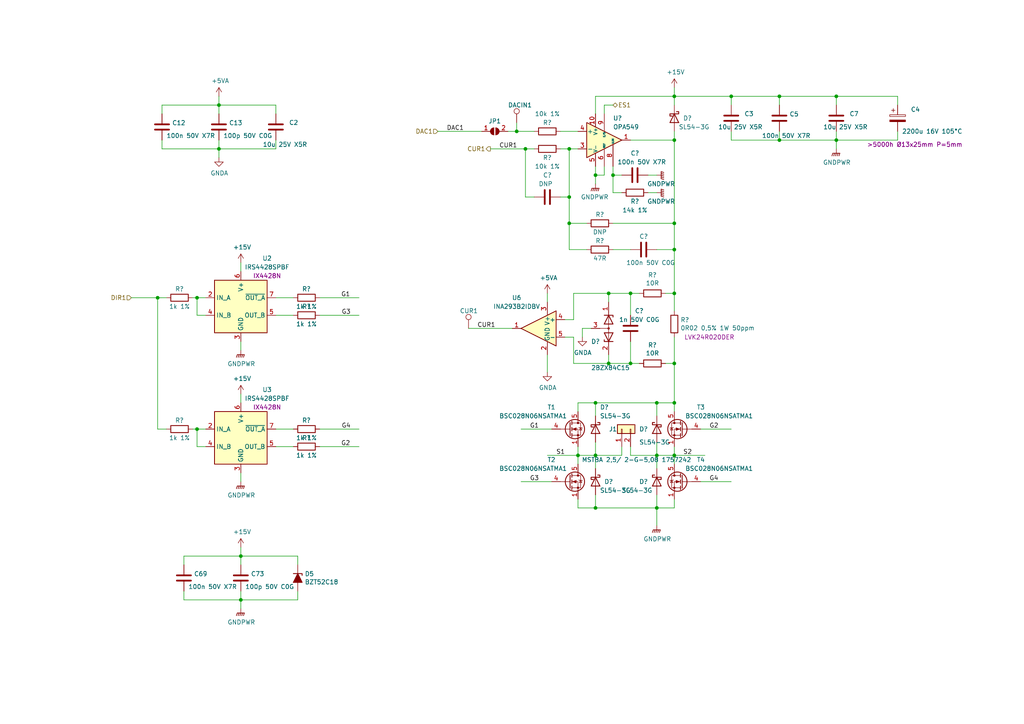
<source format=kicad_sch>
(kicad_sch (version 20230121) (generator eeschema)
  (paper "A4")
  (title_block (title "Compensation coils driver") (date "2022-03-22") (rev "2.0") (company "UMK (NCU) Toruń") (comment 1 "KL FAMO") (comment 2 "design by: mgr inż. Adam Ledziński") (comment 4 "PL: Zasilacz cewek kompensacyjnych (3x3A)"))
  (lib_symbols
    (symbol "Amplifier_Current:INA196" (pin_names (offset 0.127))
      (property "Reference" "U" (at 3.81 3.81 0))
      (property "Value" "INA196" (at 3.81 -3.81 0))
      (symbol "INA196_0_1"
        (polyline (pts (xy 5.08 0) (xy -5.08 5.08) (xy -5.08 -5.08) (xy 5.08 0)) (stroke (width 0.254)) (fill (type background)))
      )
      (symbol "INA196_1_1"
        (pin output line (at 7.62 0 180) (length 2.54) (name "~") (number "1"))
        (pin power_in line (at -2.54 -7.62 90) (length 3.81) (name "GND") (number "2"))
        (pin power_in line (at -2.54 7.62 270) (length 3.81) (name "V+") (number "3"))
        (pin input line (at -7.62 2.54 0) (length 2.54) (name "+") (number "4"))
        (pin input line (at -7.62 -2.54 0) (length 2.54) (name "-") (number "5"))
      )
    )
    (symbol "Connector:TestPoint" (pin_numbers hide) (pin_names (offset 0.762) hide)
      (property "Reference" "TP" (at 0 6.858 0))
      (property "Value" "TestPoint" (at 0 5.08 0))
      (symbol "TestPoint_0_1"
        (circle (center 0 3.302) (radius 0.762))
      )
      (symbol "TestPoint_1_1"
        (pin passive line (at 0 0 90) (length 2.54) (name "1") (number "1"))
      )
    )
    (symbol "Connector_Generic:Conn_01x02" (pin_names (offset 1.016) hide)
      (property "Reference" "J" (at 0 2.54 0))
      (property "Value" "Conn_01x02" (at 0 -5.08 0))
      (symbol "Conn_01x02_1_1"
        (rectangle (start -1.27 -2.413) (end 0 -2.667) (stroke (width 0.1524)))
        (rectangle (start -1.27 0.127) (end 0 -0.127) (stroke (width 0.1524)))
        (rectangle (start -1.27 1.27) (end 1.27 -3.81) (stroke (width 0.254)) (fill (type background)))
        (pin passive line (at -5.08 0 0) (length 3.81) (name "Pin_1") (number "1"))
        (pin passive line (at -5.08 -2.54 0) (length 3.81) (name "Pin_2") (number "2"))
      )
    )
    (symbol "Device:C" (pin_numbers hide) (pin_names (offset 0.254))
      (property "Reference" "C" (at 0.635 2.54 0))
      (property "Value" "C" (at 0.635 -2.54 0))
      (symbol "C_0_1"
        (polyline (pts (xy -2.032 -0.762) (xy 2.032 -0.762)) (stroke (width 0.508)))
        (polyline (pts (xy -2.032 0.762) (xy 2.032 0.762)) (stroke (width 0.508)))
      )
      (symbol "C_1_1"
        (pin passive line (at 0 3.81 270) (length 2.794) (name "~") (number "1"))
        (pin passive line (at 0 -3.81 90) (length 2.794) (name "~") (number "2"))
      )
    )
    (symbol "Device:D_Schottky" (pin_numbers hide) (pin_names (offset 1.016) hide)
      (property "Reference" "D" (at 0 2.54 0))
      (property "Value" "D_Schottky" (at 0 -2.54 0))
      (symbol "D_Schottky_0_1"
        (polyline (pts (xy 1.27 0) (xy -1.27 0)))
        (polyline (pts (xy 1.27 1.27) (xy 1.27 -1.27) (xy -1.27 0) (xy 1.27 1.27)) (stroke (width 0.254)))
        (polyline (pts (xy -1.905 0.635) (xy -1.905 1.27) (xy -1.27 1.27) (xy -1.27 -1.27) (xy -0.635 -1.27) (xy -0.635 -0.635)) (stroke (width 0.254)))
      )
      (symbol "D_Schottky_1_1"
        (pin passive line (at -3.81 0 0) (length 2.54) (name "K") (number "1"))
        (pin passive line (at 3.81 0 180) (length 2.54) (name "A") (number "2"))
      )
    )
    (symbol "Device:R" (pin_numbers hide) (pin_names (offset 0))
      (property "Reference" "R" (at 2.032 0 90))
      (property "Value" "R" (at 0 0 90))
      (symbol "R_0_1"
        (rectangle (start -1.016 -2.54) (end 1.016 2.54) (stroke (width 0.254)))
      )
      (symbol "R_1_1"
        (pin passive line (at 0 3.81 270) (length 1.27) (name "~") (number "1"))
        (pin passive line (at 0 -3.81 90) (length 1.27) (name "~") (number "2"))
      )
    )
    (symbol "Driver_FET:MIC4428"
      (property "Reference" "U" (at -7.62 8.89 0))
      (property "Value" "MIC4428" (at 1.27 8.89 0))
      (symbol "MIC4428_0_1"
        (rectangle (start -7.62 -7.62) (end 7.62 7.62) (stroke (width 0.254)) (fill (type background)))
      )
      (symbol "MIC4428_1_1"
        (pin no_connect line (at -7.62 0 0) (length 2.54) hide (name "NC") (number "1"))
        (pin input line (at -10.16 2.54 0) (length 2.54) (name "IN_A") (number "2"))
        (pin power_in line (at 0 -10.16 90) (length 2.54) (name "GND") (number "3"))
        (pin input line (at -10.16 -2.54 0) (length 2.54) (name "IN_B") (number "4"))
        (pin output line (at 10.16 -2.54 180) (length 2.54) (name "OUT_B") (number "5"))
        (pin power_in line (at 0 10.16 270) (length 2.54) (name "V+") (number "6"))
        (pin output line (at 10.16 2.54 180) (length 2.54) (name "~{OUT_A}") (number "7"))
        (pin no_connect line (at 7.62 0 180) (length 2.54) hide (name "NC") (number "8"))
      )
    )
    (symbol "Jumper:SolderJumper_2_Open" (pin_names (offset 0) hide)
      (property "Reference" "JP" (at 0 2.032 0))
      (property "Value" "SolderJumper_2_Open" (at 0 -2.54 0))
      (symbol "SolderJumper_2_Open_0_1"
        (arc (start -0.254 1.016) (mid -1.2656 0) (end -0.254 -1.016))
        (arc (start -0.254 1.016) (mid -1.2656 0) (end -0.254 -1.016) (fill (type outline)))
        (polyline (pts (xy -0.254 1.016) (xy -0.254 -1.016)))
        (polyline (pts (xy 0.254 1.016) (xy 0.254 -1.016)))
        (arc (start 0.254 -1.016) (mid 1.2656 0) (end 0.254 1.016))
        (arc (start 0.254 -1.016) (mid 1.2656 0) (end 0.254 1.016) (fill (type outline)))
      )
      (symbol "SolderJumper_2_Open_1_1"
        (pin passive line (at -3.81 0 0) (length 2.54) (name "A") (number "1"))
        (pin passive line (at 3.81 0 180) (length 2.54) (name "B") (number "2"))
      )
    )
    (symbol "Transistor_FET:BSC028N06LS3" (pin_names hide)
      (property "Reference" "Q" (at 5.08 1.905 0))
      (property "Value" "BSC028N06LS3" (at 5.08 0 0))
      (symbol "BSC028N06LS3_0_1"
        (polyline (pts (xy 0.254 0) (xy -2.54 0)))
        (polyline (pts (xy 0.254 1.905) (xy 0.254 -1.905)) (stroke (width 0.254)))
        (polyline (pts (xy 0.762 -1.27) (xy 0.762 -2.286)) (stroke (width 0.254)))
        (polyline (pts (xy 0.762 0.508) (xy 0.762 -0.508)) (stroke (width 0.254)))
        (polyline (pts (xy 0.762 2.286) (xy 0.762 1.27)) (stroke (width 0.254)))
        (polyline (pts (xy 2.54 2.54) (xy 2.54 1.778)))
        (polyline (pts (xy 2.54 -2.54) (xy 2.54 0) (xy 0.762 0)))
        (polyline (pts (xy 0.762 -1.778) (xy 3.302 -1.778) (xy 3.302 1.778) (xy 0.762 1.778)))
        (polyline (pts (xy 1.016 0) (xy 2.032 0.381) (xy 2.032 -0.381) (xy 1.016 0)) (fill (type outline)))
        (polyline (pts (xy 2.794 0.508) (xy 2.921 0.381) (xy 3.683 0.381) (xy 3.81 0.254)))
        (polyline (pts (xy 3.302 0.381) (xy 2.921 -0.254) (xy 3.683 -0.254) (xy 3.302 0.381)))
        (circle (center 1.651 0) (radius 2.794) (stroke (width 0.254)))
        (circle (center 2.54 -1.778) (radius 0.254) (fill (type outline)))
        (circle (center 2.54 1.778) (radius 0.254) (fill (type outline)))
      )
      (symbol "BSC028N06LS3_1_1"
        (pin passive line (at 2.54 -5.08 90) (length 2.54) (name "S") (number "1"))
        (pin passive line (at 2.54 -5.08 90) (length 2.54) hide (name "S") (number "2"))
        (pin passive line (at 2.54 -5.08 90) (length 2.54) hide (name "S") (number "3"))
        (pin passive line (at -5.08 0 0) (length 2.54) (name "G") (number "4"))
        (pin passive line (at 2.54 5.08 270) (length 2.54) (name "D") (number "5"))
      )
    )
    (symbol "current3Av2-rescue:CP-Device" (pin_numbers hide) (pin_names (offset 0.254))
      (property "Reference" "C" (at 0.635 2.54 0))
      (property "Value" "Device_CP" (at 0.635 -2.54 0))
      (symbol "CP-Device_0_1"
        (rectangle (start -2.286 0.508) (end 2.286 1.016))
        (polyline (pts (xy -1.778 2.286) (xy -0.762 2.286)))
        (polyline (pts (xy -1.27 2.794) (xy -1.27 1.778)))
        (rectangle (start 2.286 -0.508) (end -2.286 -1.016) (fill (type outline)))
      )
      (symbol "CP-Device_1_1"
        (pin passive line (at 0 3.81 270) (length 2.794) (name "~") (number "1"))
        (pin passive line (at 0 -3.81 90) (length 2.794) (name "~") (number "2"))
      )
    )
    (symbol "current3Av2-rescue:D_Zener_ALT-Device" (pin_numbers hide) (pin_names (offset 1.016) hide)
      (property "Reference" "D" (at 0 2.54 0))
      (property "Value" "Device_D_Zener_ALT" (at 0 -2.54 0))
      (symbol "D_Zener_ALT-Device_0_1"
        (polyline (pts (xy 1.27 0) (xy -1.27 0)))
        (polyline (pts (xy -1.27 -1.27) (xy -1.27 1.27) (xy -0.762 1.27)) (stroke (width 0.254)))
        (polyline (pts (xy 1.27 -1.27) (xy 1.27 1.27) (xy -1.27 0) (xy 1.27 -1.27)) (stroke (width 0.254)) (fill (type outline)))
      )
      (symbol "D_Zener_ALT-Device_1_1"
        (pin passive line (at -3.81 0 0) (length 2.54) (name "K") (number "1"))
        (pin passive line (at 3.81 0 180) (length 2.54) (name "A") (number "2"))
      )
    )
    (symbol "current3Av2-rescue:D_Zener_x2_ACom_KKA-Device" (pin_names (offset 0.762) hide)
      (property "Reference" "D" (at 1.27 -2.54 0))
      (property "Value" "Device_D_Zener_x2_ACom_KKA" (at 0 2.54 0))
      (symbol "D_Zener_x2_ACom_KKA-Device_0_1"
        (polyline (pts (xy -3.556 0) (xy 3.81 0)))
        (polyline (pts (xy 0 0) (xy 0 -2.54)))
        (polyline (pts (xy -3.81 -1.27) (xy -3.81 1.27) (xy -3.302 1.27)) (stroke (width 0.254)))
        (polyline (pts (xy 3.302 -1.27) (xy 3.81 -1.27) (xy 3.81 1.27)) (stroke (width 0.254)))
        (polyline (pts (xy -1.27 -1.27) (xy -3.81 0) (xy -1.27 1.27) (xy -1.27 -1.27) (xy -1.27 -1.27) (xy -1.27 -1.27)) (stroke (width 0.254)))
        (polyline (pts (xy 1.27 1.27) (xy 3.81 0) (xy 1.27 -1.27) (xy 1.27 1.27) (xy 1.27 1.27) (xy 1.27 1.27)) (stroke (width 0.254)))
        (circle (center 0 0) (radius 0.254) (fill (type outline)))
        (pin passive line (at -7.62 0 0) (length 3.81) (name "K") (number "1"))
        (pin passive line (at 7.62 0 180) (length 3.81) (name "K") (number "2"))
        (pin passive line (at 0 -5.08 90) (length 2.54) (name "A") (number "3"))
      )
    )
    (symbol "ff:OPA549" (pin_names (offset 0.127))
      (property "Reference" "U" (at 3.81 3.81 0))
      (property "Value" "OPA549" (at 3.81 -2.54 0))
      (symbol "OPA549_0_1"
        (polyline (pts (xy 5.08 0) (xy -5.08 5.08) (xy -5.08 -5.08) (xy 5.08 0)) (stroke (width 0.254)) (fill (type background)))
      )
      (symbol "OPA549_1_1"
        (pin output line (at 7.62 0 180) (length 2.54) (name "~") (number "1"))
        (pin power_in line (at -2.54 7.62 270) (length 3.81) (name "V+") (number "10"))
        (pin power_in line (at -2.54 7.62 270) (length 3.81) hide (name "V+") (number "11"))
        (pin output line (at 7.62 0 180) (length 2.54) hide (name "~") (number "2"))
        (pin input line (at -7.62 -2.54 0) (length 2.54) (name "-") (number "3"))
        (pin input line (at -7.62 2.54 0) (length 2.54) (name "+") (number "4"))
        (pin power_in line (at -2.54 -7.62 90) (length 3.81) (name "V-") (number "5"))
        (pin passive line (at 0 -7.62 90) (length 5.08) (name "REF") (number "6"))
        (pin power_in line (at -2.54 -7.62 90) (length 3.81) hide (name "V-") (number "7"))
        (pin passive line (at 2.54 -7.62 90) (length 6.35) (name "ILIM") (number "8"))
        (pin passive line (at 0 7.62 270) (length 5.08) (name "E/S") (number "9"))
      )
    )
    (symbol "power:+15V" (power) (pin_names (offset 0))
      (property "Value" "+15V" (at 0 3.556 0))
      (symbol "+15V_0_1"
        (polyline (pts (xy -0.762 1.27) (xy 0 2.54)))
        (polyline (pts (xy 0 0) (xy 0 2.54)))
        (polyline (pts (xy 0 2.54) (xy 0.762 1.27)))
      )
      (symbol "+15V_1_1"
        (pin power_in line (at 0 0 90) (length 0) hide (name "+15V") (number "1"))
      )
    )
    (symbol "power:+5VA" (power) (pin_names (offset 0))
      (property "Value" "+5VA" (at 0 3.556 0))
      (symbol "+5VA_0_1"
        (polyline (pts (xy -0.762 1.27) (xy 0 2.54)))
        (polyline (pts (xy 0 0) (xy 0 2.54)))
        (polyline (pts (xy 0 2.54) (xy 0.762 1.27)))
      )
      (symbol "+5VA_1_1"
        (pin power_in line (at 0 0 90) (length 0) hide (name "+5VA") (number "1"))
      )
    )
    (symbol "power:GNDA" (power) (pin_names (offset 0))
      (property "Value" "GNDA" (at 0 -3.81 0))
      (symbol "GNDA_0_1"
        (polyline (pts (xy 0 0) (xy 0 -1.27) (xy 1.27 -1.27) (xy 0 -2.54) (xy -1.27 -1.27) (xy 0 -1.27)))
      )
      (symbol "GNDA_1_1"
        (pin power_in line (at 0 0 270) (length 0) hide (name "GNDA") (number "1"))
      )
    )
    (symbol "power:GNDPWR" (power) (pin_names (offset 0))
      (property "Value" "GNDPWR" (at 0 -3.302 0))
      (symbol "GNDPWR_0_1"
        (polyline (pts (xy 0 -1.27) (xy 0 0)))
        (polyline (pts (xy -1.016 -1.27) (xy -1.27 -2.032) (xy -1.27 -2.032)) (stroke (width 0.2032)))
        (polyline (pts (xy -0.508 -1.27) (xy -0.762 -2.032) (xy -0.762 -2.032)) (stroke (width 0.2032)))
        (polyline (pts (xy 0 -1.27) (xy -0.254 -2.032) (xy -0.254 -2.032)) (stroke (width 0.2032)))
        (polyline (pts (xy 0.508 -1.27) (xy 0.254 -2.032) (xy 0.254 -2.032)) (stroke (width 0.2032)))
        (polyline (pts (xy 1.016 -1.27) (xy -1.016 -1.27) (xy -1.016 -1.27)) (stroke (width 0.2032)))
        (polyline (pts (xy 1.016 -1.27) (xy 0.762 -2.032) (xy 0.762 -2.032) (xy 0.762 -2.032)) (stroke (width 0.2032)))
      )
      (symbol "GNDPWR_1_1"
        (pin power_in line (at 0 0 270) (length 0) hide (name "GNDPWR") (number "1"))
      )
    )
  )
  (junction (at 149.86 38.1))
  (junction (at 226.06 27.94))
  (junction (at 57.15 86.36))
  (junction (at 172.72 132.08))
  (junction (at 195.58 105.41))
  (junction (at 57.15 124.46))
  (junction (at 182.88 85.09))
  (junction (at 165.1 64.77))
  (junction (at 176.53 105.41))
  (junction (at 195.58 132.08))
  (junction (at 69.85 173.99))
  (junction (at 195.58 72.39))
  (junction (at 242.57 40.64))
  (junction (at 195.58 64.77))
  (junction (at 182.88 105.41))
  (junction (at 165.1 43.18))
  (junction (at 165.1 57.15))
  (junction (at 167.64 132.08))
  (junction (at 45.72 86.36))
  (junction (at 190.5 132.08))
  (junction (at 63.5 30.48))
  (junction (at 190.5 147.32))
  (junction (at 190.5 116.84))
  (junction (at 172.72 147.32))
  (junction (at 226.06 40.64))
  (junction (at 195.58 85.09))
  (junction (at 242.57 27.94))
  (junction (at 195.58 40.64))
  (junction (at 152.4 43.18))
  (junction (at 195.58 27.94))
  (junction (at 177.8 50.8))
  (junction (at 172.72 50.8))
  (junction (at 176.53 85.09))
  (junction (at 212.09 27.94))
  (junction (at 69.85 161.29))
  (junction (at 172.72 116.84))
  (junction (at 63.5 43.18))
  (junction (at 195.58 116.84))
  (wire (pts (xy 195.58 105.41) (xy 195.58 97.79)))
  (wire (pts (xy 168.91 95.25) (xy 168.91 97.79)))
  (wire (pts (xy 170.18 64.77) (xy 165.1 64.77)))
  (wire (pts (xy 92.71 91.44) (xy 104.14 91.44)))
  (wire (pts (xy 167.64 43.18) (xy 165.1 43.18)))
  (wire (pts (xy 177.8 64.77) (xy 195.58 64.77)))
  (wire (pts (xy 63.5 43.18) (xy 63.5 40.64)))
  (wire (pts (xy 195.58 30.48) (xy 195.58 27.94)))
  (wire (pts (xy 195.58 40.64) (xy 195.58 38.1)))
  (wire (pts (xy 242.57 43.18) (xy 242.57 40.64)))
  (wire (pts (xy 57.15 86.36) (xy 59.69 86.36)))
  (wire (pts (xy 48.26 124.46) (xy 45.72 124.46)))
  (wire (pts (xy 38.1 86.36) (xy 45.72 86.36)))
  (wire (pts (xy 212.09 38.1) (xy 212.09 40.64)))
  (wire (pts (xy 195.58 64.77) (xy 195.58 72.39)))
  (wire (pts (xy 226.06 27.94) (xy 226.06 30.48)))
  (wire (pts (xy 165.1 43.18) (xy 162.56 43.18)))
  (wire (pts (xy 63.5 43.18) (xy 63.5 45.72)))
  (wire (pts (xy 195.58 132.08) (xy 204.47 132.08)))
  (wire (pts (xy 171.45 95.25) (xy 168.91 95.25)))
  (wire (pts (xy 226.06 40.64) (xy 226.06 38.1)))
  (wire (pts (xy 53.34 161.29) (xy 69.85 161.29)))
  (wire (pts (xy 69.85 78.74) (xy 69.85 76.2)))
  (wire (pts (xy 57.15 124.46) (xy 57.15 129.54)))
  (wire (pts (xy 260.35 27.94) (xy 242.57 27.94)))
  (wire (pts (xy 177.8 50.8) (xy 177.8 55.88)))
  (wire (pts (xy 190.5 120.65) (xy 190.5 116.84)))
  (wire (pts (xy 175.26 50.8) (xy 175.26 48.26)))
  (wire (pts (xy 80.01 40.64) (xy 80.01 43.18)))
  (wire (pts (xy 55.88 124.46) (xy 57.15 124.46)))
  (wire (pts (xy 166.37 92.71) (xy 166.37 85.09)))
  (wire (pts (xy 177.8 48.26) (xy 177.8 50.8)))
  (wire (pts (xy 69.85 158.75) (xy 69.85 161.29)))
  (wire (pts (xy 167.64 134.62) (xy 167.64 132.08)))
  (wire (pts (xy 158.75 87.63) (xy 158.75 85.09)))
  (wire (pts (xy 182.88 72.39) (xy 177.8 72.39)))
  (wire (pts (xy 170.18 72.39) (xy 165.1 72.39)))
  (wire (pts (xy 177.8 30.48) (xy 175.26 30.48)))
  (wire (pts (xy 151.13 124.46) (xy 160.02 124.46)))
  (wire (pts (xy 160.02 139.7) (xy 151.13 139.7)))
  (wire (pts (xy 182.88 129.54) (xy 182.88 132.08)))
  (wire (pts (xy 180.34 132.08) (xy 180.34 129.54)))
  (wire (pts (xy 187.96 55.88) (xy 190.5 55.88)))
  (wire (pts (xy 69.85 173.99) (xy 86.36 173.99)))
  (wire (pts (xy 172.72 50.8) (xy 175.26 50.8)))
  (wire (pts (xy 57.15 129.54) (xy 59.69 129.54)))
  (wire (pts (xy 80.01 33.02) (xy 80.01 30.48)))
  (wire (pts (xy 154.94 57.15) (xy 152.4 57.15)))
  (wire (pts (xy 167.64 119.38) (xy 167.64 116.84)))
  (wire (pts (xy 166.37 105.41) (xy 176.53 105.41)))
  (wire (pts (xy 182.88 105.41) (xy 185.42 105.41)))
  (wire (pts (xy 162.56 57.15) (xy 165.1 57.15)))
  (wire (pts (xy 203.2 124.46) (xy 212.09 124.46)))
  (wire (pts (xy 187.96 50.8) (xy 190.5 50.8)))
  (wire (pts (xy 242.57 40.64) (xy 260.35 40.64)))
  (wire (pts (xy 152.4 57.15) (xy 152.4 43.18)))
  (wire (pts (xy 57.15 124.46) (xy 59.69 124.46)))
  (wire (pts (xy 195.58 147.32) (xy 190.5 147.32)))
  (wire (pts (xy 212.09 27.94) (xy 212.09 30.48)))
  (wire (pts (xy 172.72 120.65) (xy 172.72 116.84)))
  (wire (pts (xy 158.75 132.08) (xy 167.64 132.08)))
  (wire (pts (xy 182.88 99.06) (xy 182.88 105.41)))
  (wire (pts (xy 182.88 40.64) (xy 195.58 40.64)))
  (wire (pts (xy 195.58 85.09) (xy 193.04 85.09)))
  (wire (pts (xy 53.34 163.83) (xy 53.34 161.29)))
  (wire (pts (xy 182.88 85.09) (xy 185.42 85.09)))
  (wire (pts (xy 163.83 92.71) (xy 166.37 92.71)))
  (wire (pts (xy 57.15 91.44) (xy 59.69 91.44)))
  (wire (pts (xy 190.5 132.08) (xy 195.58 132.08)))
  (wire (pts (xy 85.09 91.44) (xy 80.01 91.44)))
  (wire (pts (xy 142.24 43.18) (xy 152.4 43.18)))
  (wire (pts (xy 190.5 132.08) (xy 190.5 128.27)))
  (wire (pts (xy 172.72 147.32) (xy 190.5 147.32)))
  (wire (pts (xy 193.04 105.41) (xy 195.58 105.41)))
  (wire (pts (xy 166.37 97.79) (xy 166.37 105.41)))
  (wire (pts (xy 167.64 132.08) (xy 172.72 132.08)))
  (wire (pts (xy 175.26 30.48) (xy 175.26 33.02)))
  (wire (pts (xy 180.34 50.8) (xy 177.8 50.8)))
  (wire (pts (xy 45.72 86.36) (xy 48.26 86.36)))
  (wire (pts (xy 53.34 173.99) (xy 69.85 173.99)))
  (wire (pts (xy 195.58 72.39) (xy 190.5 72.39)))
  (wire (pts (xy 176.53 105.41) (xy 182.88 105.41)))
  (wire (pts (xy 212.09 40.64) (xy 226.06 40.64)))
  (wire (pts (xy 55.88 86.36) (xy 57.15 86.36)))
  (wire (pts (xy 69.85 173.99) (xy 69.85 176.53)))
  (wire (pts (xy 69.85 163.83) (xy 69.85 161.29)))
  (wire (pts (xy 69.85 173.99) (xy 69.85 171.45)))
  (wire (pts (xy 195.58 27.94) (xy 195.58 25.4)))
  (wire (pts (xy 149.86 38.1) (xy 147.32 38.1)))
  (wire (pts (xy 172.72 147.32) (xy 167.64 147.32)))
  (wire (pts (xy 152.4 43.18) (xy 154.94 43.18)))
  (wire (pts (xy 86.36 171.45) (xy 86.36 173.99)))
  (wire (pts (xy 53.34 173.99) (xy 53.34 171.45)))
  (wire (pts (xy 195.58 105.41) (xy 195.58 116.84)))
  (wire (pts (xy 167.64 116.84) (xy 172.72 116.84)))
  (wire (pts (xy 139.7 38.1) (xy 127 38.1)))
  (wire (pts (xy 172.72 116.84) (xy 190.5 116.84)))
  (wire (pts (xy 46.99 33.02) (xy 46.99 30.48)))
  (wire (pts (xy 195.58 40.64) (xy 195.58 64.77)))
  (wire (pts (xy 92.71 124.46) (xy 104.14 124.46)))
  (wire (pts (xy 180.34 55.88) (xy 177.8 55.88)))
  (wire (pts (xy 226.06 27.94) (xy 242.57 27.94)))
  (wire (pts (xy 154.94 38.1) (xy 149.86 38.1)))
  (wire (pts (xy 45.72 124.46) (xy 45.72 86.36)))
  (wire (pts (xy 167.64 38.1) (xy 162.56 38.1)))
  (wire (pts (xy 63.5 33.02) (xy 63.5 30.48)))
  (wire (pts (xy 46.99 30.48) (xy 63.5 30.48)))
  (wire (pts (xy 212.09 27.94) (xy 226.06 27.94)))
  (wire (pts (xy 195.58 132.08) (xy 195.58 134.62)))
  (wire (pts (xy 195.58 116.84) (xy 195.58 119.38)))
  (wire (pts (xy 190.5 147.32) (xy 190.5 152.4)))
  (wire (pts (xy 86.36 163.83) (xy 86.36 161.29)))
  (wire (pts (xy 69.85 139.7) (xy 69.85 137.16)))
  (wire (pts (xy 182.88 85.09) (xy 182.88 91.44)))
  (wire (pts (xy 172.72 132.08) (xy 180.34 132.08)))
  (wire (pts (xy 167.64 147.32) (xy 167.64 144.78)))
  (wire (pts (xy 158.75 102.87) (xy 158.75 107.95)))
  (wire (pts (xy 135.89 95.25) (xy 148.59 95.25)))
  (wire (pts (xy 104.14 129.54) (xy 92.71 129.54)))
  (wire (pts (xy 190.5 132.08) (xy 190.5 135.89)))
  (wire (pts (xy 176.53 85.09) (xy 176.53 87.63)))
  (wire (pts (xy 63.5 30.48) (xy 80.01 30.48)))
  (wire (pts (xy 149.86 38.1) (xy 149.86 35.56)))
  (wire (pts (xy 167.64 132.08) (xy 167.64 129.54)))
  (wire (pts (xy 172.72 48.26) (xy 172.72 50.8)))
  (wire (pts (xy 166.37 85.09) (xy 176.53 85.09)))
  (wire (pts (xy 190.5 143.51) (xy 190.5 147.32)))
  (wire (pts (xy 260.35 30.48) (xy 260.35 27.94)))
  (wire (pts (xy 195.58 132.08) (xy 195.58 129.54)))
  (wire (pts (xy 172.72 27.94) (xy 195.58 27.94)))
  (wire (pts (xy 85.09 129.54) (xy 80.01 129.54)))
  (wire (pts (xy 260.35 40.64) (xy 260.35 38.1)))
  (wire (pts (xy 69.85 101.6) (xy 69.85 99.06)))
  (wire (pts (xy 63.5 27.94) (xy 63.5 30.48)))
  (wire (pts (xy 172.72 33.02) (xy 172.72 27.94)))
  (wire (pts (xy 190.5 116.84) (xy 195.58 116.84)))
  (wire (pts (xy 195.58 144.78) (xy 195.58 147.32)))
  (wire (pts (xy 46.99 43.18) (xy 46.99 40.64)))
  (wire (pts (xy 172.72 50.8) (xy 172.72 53.34)))
  (wire (pts (xy 165.1 64.77) (xy 165.1 57.15)))
  (wire (pts (xy 165.1 57.15) (xy 165.1 43.18)))
  (wire (pts (xy 69.85 161.29) (xy 86.36 161.29)))
  (wire (pts (xy 212.09 139.7) (xy 203.2 139.7)))
  (wire (pts (xy 104.14 86.36) (xy 92.71 86.36)))
  (wire (pts (xy 46.99 43.18) (xy 63.5 43.18)))
  (wire (pts (xy 57.15 86.36) (xy 57.15 91.44)))
  (wire (pts (xy 176.53 102.87) (xy 176.53 105.41)))
  (wire (pts (xy 195.58 85.09) (xy 195.58 72.39)))
  (wire (pts (xy 165.1 72.39) (xy 165.1 64.77)))
  (wire (pts (xy 195.58 85.09) (xy 195.58 90.17)))
  (wire (pts (xy 172.72 132.08) (xy 172.72 128.27)))
  (wire (pts (xy 195.58 27.94) (xy 212.09 27.94)))
  (wire (pts (xy 226.06 40.64) (xy 242.57 40.64)))
  (wire (pts (xy 182.88 132.08) (xy 190.5 132.08)))
  (wire (pts (xy 172.72 143.51) (xy 172.72 147.32)))
  (wire (pts (xy 63.5 43.18) (xy 80.01 43.18)))
  (wire (pts (xy 69.85 116.84) (xy 69.85 114.3)))
  (wire (pts (xy 242.57 40.64) (xy 242.57 38.1)))
  (wire (pts (xy 163.83 97.79) (xy 166.37 97.79)))
  (wire (pts (xy 242.57 27.94) (xy 242.57 30.48)))
  (wire (pts (xy 176.53 85.09) (xy 182.88 85.09)))
  (wire (pts (xy 80.01 86.36) (xy 85.09 86.36)))
  (wire (pts (xy 80.01 124.46) (xy 85.09 124.46)))
  (wire (pts (xy 172.72 135.89) (xy 172.72 132.08)))
  (label "G4" (at 205.74 139.7 0))
  (label "G3" (at 99.06 91.44 0))
  (label "CUR1" (at 138.43 95.25 0))
  (label "G1" (at 153.67 124.46 0))
  (label "G3" (at 153.67 139.7 0))
  (label "S1" (at 161.29 132.08 0))
  (label "G2" (at 101.6 129.54 180))
  (label "G2" (at 205.74 124.46 0))
  (label "DAC1" (at 129.54 38.1 0))
  (label "G1" (at 101.6 86.36 180))
  (label "CUR1" (at 144.78 43.18 0))
  (label "S2" (at 198.12 132.08 0))
  (label "G4" (at 99.06 124.46 0))
  (hierarchical_label "DAC1" (shape input) (at 127 38.1 180))
  (hierarchical_label "ES1" (shape bidirectional) (at 177.8 30.48 0))
  (hierarchical_label "CUR1" (shape output) (at 142.24 43.18 180))
  (hierarchical_label "DIR1" (shape input) (at 38.1 86.36 180))
  (symbol (lib_id "Connector_Generic:Conn_01x02") (at 180.34 124.46 90) (unit 1)
    (property "Reference" "J1" (at 177.8 124.46 90))
    (property "Value" " MSTBA 2,5/ 2-G-5,08 1757242" (at 184.15 133.35 90))
    (property "Footprint" "Connectors_Phoenix:PhoenixContact_MSTBA-G_02x5.08mm_Angled" (effects hide))
    (property "Vendor" "Adam Tech, TE Connectivity, Xinya, Ninigi" (effects hide))
  )
  (symbol (lib_id "power:GNDPWR") (at 190.5 50.8 90) (unit 1)
    (property "Reference" "#PWR035" (effects hide))
    (property "Value" "GNDPWR" (at 191.77 53.34 90))
    (instances (project "current3Av2" (path "" (reference "#PWR?") (unit 1)) (path "" (reference "#PWR035") (unit 1))))
  )
  (symbol (lib_id "Device:D_Schottky") (at 190.5 124.46 90) (mirror x) (unit 1)
    (property "Reference" "D7" (at 187.96 124.46 90) (effects (justify left)))
    (property "Value" "SL54-3G" (at 194.31 128.27 90) (effects (justify left)))
    (property "Footprint" "Diodes_SMD:D_SMB" (effects hide))
    (property "Comm" "Diotec SL54-3G" (effects hide))
    (instances (project "current3Av2" (path "" (reference "D?") (unit 1)) (path "" (reference "D7") (unit 1))))
  )
  (symbol (lib_id "current3Av2-rescue:D_Zener_x2_ACom_KKA-Device") (at 176.53 95.25 270) (unit 1)
    (property "Reference" "D?" (at 171.45 99.06 90) (effects (justify left)))
    (property "Value" "2BZX84C15" (at 171.45 106.68 90) (effects (justify left)))
    (property "Footprint" "Package_TO_SOT_SMD:SOT-23" (effects hide))
    (instances (project "current3Av2" (path "" (reference "D?") (unit 1)) (path "" (reference "D1") (unit 1))))
  )
  (symbol (lib_id "power:GNDPWR") (at 242.57 43.18 0) (unit 1)
    (property "Reference" "#PWR011" (effects hide))
    (property "Value" "GNDPWR" (at 242.7224 47.117 0))
    (instances (project "current3Av2" (path "" (reference "#PWR?") (unit 1)) (path "" (reference "#PWR011") (unit 1))))
  )
  (symbol (lib_id "Amplifier_Current:INA196") (at 156.21 95.25 0) (mirror y) (unit 1)
    (property "Reference" "U6" (at 149.86 86.36 0))
    (property "Value" "INA293B2IDBV" (at 149.86 88.9 0))
    (property "Footprint" "Package_TO_SOT_SMD:SOT-23-5" (effects hide))
    (property "Datasheet" "https://www.ti.com/lit/ds/symlink/ina293.pdf?ts=1623847588072&ref_url=https%253A%252F%252Fwww.ti.com%252Fproduct%252FINA293%253FkeyMatch%253DINA293%2526tisearch%253Dsearch-everything%2526usecase%253DGPN" (effects hide))
  )
  (symbol (lib_id "power:GNDPWR") (at 69.85 101.6 0) (unit 1)
    (property "Reference" "#PWR016" (effects hide))
    (property "Value" "GNDPWR" (at 70.0024 105.537 0))
    (instances (project "current3Av2" (path "" (reference "#PWR?") (unit 1)) (path "" (reference "#PWR016") (unit 1))))
  )
  (symbol (lib_id "Driver_FET:MIC4428") (at 69.85 88.9 0) (unit 1)
    (property "Reference" "U2" (at 77.47 74.93 0))
    (property "Value" "IRS4428SPBF" (at 77.47 77.47 0))
    (property "Footprint" "Housings_SOIC:SOIC-8_3.9x4.9mm_Pitch1.27mm" (effects hide))
    (property "Datasheet" "https://www.ixysic.com/home/pdfs.nsf/www/IX4426-27-28.pdf/$file/IX4426-27-28.pdf" (effects hide))
    (property "Comm" "IX4428N" (at 77.47 80.01 0))
  )
  (symbol (lib_id "Device:R") (at 88.9 124.46 270) (unit 1)
    (property "Reference" "R6" (at 88.9 121.92 90))
    (property "Value" "1k 1%" (at 88.9 127 90))
    (property "Footprint" "Resistors_SMD:R_0603" (effects hide))
    (instances (project "current3Av2" (path "" (reference "R?") (unit 1)) (path "" (reference "R6") (unit 1))))
  )
  (symbol (lib_id "power:GNDPWR") (at 69.85 139.7 0) (unit 1)
    (property "Reference" "#PWR012" (effects hide))
    (property "Value" "GNDPWR" (at 70.0024 143.637 0))
    (instances (project "current3Av2" (path "" (reference "#PWR?") (unit 1)) (path "" (reference "#PWR012") (unit 1))))
  )
  (symbol (lib_id "Device:C") (at 53.34 167.64 0) (unit 1)
    (property "Reference" "C?" (at 56.261 166.4462 0) (effects (justify left)))
    (property "Value" "100n 50V X7R" (at 54.61 170.18 0) (effects (justify left)))
    (property "Footprint" "Capacitors_SMD:C_0603" (effects hide))
    (instances (project "current3Av2" (path "" (reference "C69") (unit 1)) (path "" (reference "C?") (unit 1))))
  )
  (symbol (lib_id "Connector:TestPoint") (at 149.86 35.56 0) (unit 1)
    (property "Reference" "DACIN1" (at 147.32 30.48 0) (effects (justify left)))
    (property "Value" "TestPoint" (effects hide))
    (property "Footprint" "Connectors_TestPoints:Test_Point_THTPad_1.5x1.5mm_Drill0.7mm" (effects hide))
    (instances (project "current3Av2" (path "" (reference "DACIN1") (unit 1)) (path "" (reference "8V?") (unit 1))))
  )
  (symbol (lib_id "Device:C") (at 212.09 34.29 0) (mirror y) (unit 1)
    (property "Reference" "C?" (at 215.9 33.02 0) (effects (justify right)))
    (property "Value" "10u 25V X5R" (at 208.28 36.83 0) (effects (justify right)))
    (property "Footprint" "Capacitors_SMD:C_0603" (effects hide))
    (property "Comm" "GRM188R61E106KA73D" (effects hide))
    (instances (project "current3Av2" (path "" (reference "C3") (unit 1)) (path "" (reference "C?") (unit 1))))
  )
  (symbol (lib_id "Device:C") (at 242.57 34.29 0) (mirror y) (unit 1)
    (property "Reference" "C?" (at 246.38 33.02 0) (effects (justify right)))
    (property "Value" "10u 25V X5R" (at 238.76 36.83 0) (effects (justify right)))
    (property "Footprint" "Capacitors_SMD:C_0603" (effects hide))
    (property "Comm" "GRM188R61E106KA73D" (effects hide))
    (instances (project "current3Av2" (path "" (reference "C7") (unit 1)) (path "" (reference "C?") (unit 1))))
  )
  (symbol (lib_id "Device:C") (at 80.01 36.83 0) (mirror y) (unit 1)
    (property "Reference" "C?" (at 83.82 35.56 0) (effects (justify right)))
    (property "Value" "10u 25V X5R" (at 76.2 41.91 0) (effects (justify right)))
    (property "Footprint" "Capacitors_SMD:C_0603" (effects hide))
    (property "Comm" "GRM188R61E106KA73D" (effects hide))
    (instances (project "current3Av2" (path "" (reference "C2") (unit 1)) (path "" (reference "C?") (unit 1))))
  )
  (symbol (lib_id "ff:OPA549") (at 175.26 40.64 0) (unit 1)
    (property "Reference" "U9" (at 177.8 34.29 0) (effects (justify left)))
    (property "Value" "OPA549" (at 177.8 36.83 0) (effects (justify left)))
    (property "Footprint" "ff_lib:TO-220-11_Vertical_StangeredType1_or_not" (effects hide))
    (property "Datasheet" "http://www.ti.com/lit/ds/symlink/opa549.pdf" (effects hide))
    (instances (project "current3Av2" (path "" (reference "U?") (unit 1)) (path "" (reference "U9") (unit 1))))
  )
  (symbol (lib_id "Device:C") (at 226.06 34.29 0) (unit 1)
    (property "Reference" "C?" (at 228.981 33.0962 0) (effects (justify left)))
    (property "Value" "100n 50V X7R" (at 220.98 39.37 0) (effects (justify left)))
    (property "Footprint" "Capacitors_SMD:C_0603" (effects hide))
    (instances (project "current3Av2" (path "" (reference "C5") (unit 1)) (path "" (reference "C?") (unit 1))))
  )
  (symbol (lib_id "Device:C") (at 46.99 36.83 0) (unit 1)
    (property "Reference" "C?" (at 49.911 35.6362 0) (effects (justify left)))
    (property "Value" "100n 50V X7R" (at 48.26 39.37 0) (effects (justify left)))
    (property "Footprint" "Capacitors_SMD:C_0603" (effects hide))
    (instances (project "current3Av2" (path "" (reference "C12") (unit 1)) (path "" (reference "C?") (unit 1))))
  )
  (symbol (lib_id "Device:C") (at 182.88 95.25 180) (unit 1)
    (property "Reference" "C?" (at 185.42 90.17 0))
    (property "Value" "1n 50V C0G" (at 185.42 92.71 0))
    (property "Footprint" "Capacitors_SMD:C_0603" (effects hide))
    (instances (project "current3Av2" (path "" (reference "C?") (unit 1)) (path "" (reference "C15") (unit 1))))
  )
  (symbol (lib_id "Device:R") (at 189.23 85.09 90) (unit 1)
    (property "Reference" "R?" (at 189.23 79.756 90))
    (property "Value" "10R" (at 189.23 82.1182 90))
    (property "Footprint" "Resistors_SMD:R_0603" (effects hide))
    (instances (project "current3Av2" (path "" (reference "R?") (unit 1)) (path "" (reference "R7") (unit 1))))
  )
  (symbol (lib_id "Device:R") (at 184.15 55.88 270) (unit 1)
    (property "Reference" "R11" (at 184.15 58.42 90))
    (property "Value" "14k 1%" (at 184.15 60.96 90))
    (property "Footprint" "Resistors_SMD:R_0603" (effects hide))
    (instances (project "current3Av2" (path "" (reference "R?") (unit 1)) (path "" (reference "R11") (unit 1))))
  )
  (symbol (lib_id "Device:D_Schottky") (at 172.72 139.7 270) (unit 1)
    (property "Reference" "D4" (at 175.26 139.7 90) (effects (justify left)))
    (property "Value" "SL54-3G" (at 173.99 142.24 90) (effects (justify left)))
    (property "Footprint" "Diodes_SMD:D_SMB" (effects hide))
    (property "Comm" "Diotec SL54-3G" (effects hide))
    (instances (project "current3Av2" (path "" (reference "D?") (unit 1)) (path "" (reference "D4") (unit 1))))
  )
  (symbol (lib_id "Transistor_FET:BSC028N06LS3") (at 165.1 124.46 0) (unit 1)
    (property "Reference" "T1" (at 158.75 118.11 0) (effects (justify left)))
    (property "Value" "BSC028N06NSATMA1" (at 144.78 120.65 0) (effects (justify left)))
    (property "Footprint" "Package_TO_SOT_SMD:TDSON-8-1" (effects hide))
    (property "Datasheet" "http://www.infineon.com/dgdl/Infineon-BSC028N06LS3-DS-v02_02-en.pdf?fileId=db3a30431ddc9372011ebafa4c607f8c" (effects hide))
  )
  (symbol (lib_id "Transistor_FET:BSC028N06LS3") (at 165.1 139.7 0) (unit 1)
    (property "Reference" "T2" (at 158.75 133.35 0) (effects (justify left)))
    (property "Value" "BSC028N06NSATMA1" (at 144.78 135.89 0) (effects (justify left)))
    (property "Footprint" "Package_TO_SOT_SMD:TDSON-8-1" (effects hide))
    (property "Datasheet" "http://www.infineon.com/dgdl/Infineon-BSC028N06LS3-DS-v02_02-en.pdf?fileId=db3a30431ddc9372011ebafa4c607f8c" (effects hide))
  )
  (symbol (lib_id "Transistor_FET:BSC028N06LS3") (at 198.12 124.46 0) (mirror y) (unit 1)
    (property "Reference" "T3" (at 204.47 118.11 0) (effects (justify left)))
    (property "Value" "BSC028N06NSATMA1" (at 218.44 120.65 0) (effects (justify left)))
    (property "Footprint" "Package_TO_SOT_SMD:TDSON-8-1" (effects hide))
    (property "Datasheet" "http://www.infineon.com/dgdl/Infineon-BSC028N06LS3-DS-v02_02-en.pdf?fileId=db3a30431ddc9372011ebafa4c607f8c" (effects hide))
  )
  (symbol (lib_id "Transistor_FET:BSC028N06LS3") (at 198.12 139.7 0) (mirror y) (unit 1)
    (property "Reference" "T4" (at 204.47 133.35 0) (effects (justify left)))
    (property "Value" "BSC028N06NSATMA1" (at 218.44 135.89 0) (effects (justify left)))
    (property "Footprint" "Package_TO_SOT_SMD:TDSON-8-1" (effects hide))
    (property "Datasheet" "http://www.infineon.com/dgdl/Infineon-BSC028N06LS3-DS-v02_02-en.pdf?fileId=db3a30431ddc9372011ebafa4c607f8c" (effects hide))
  )
  (symbol (lib_id "power:GNDPWR") (at 69.85 176.53 0) (unit 1)
    (property "Reference" "#PWR017" (effects hide))
    (property "Value" "GNDPWR" (at 70.0024 180.467 0))
    (instances (project "current3Av2" (path "" (reference "#PWR?") (unit 1)) (path "" (reference "#PWR017") (unit 1))))
  )
  (symbol (lib_id "current3Av2-rescue:CP-Device") (at 260.35 34.29 0) (unit 1)
    (property "Reference" "C?" (at 264.16 31.75 0) (effects (justify left)))
    (property "Value" "2200u 16V 105°C " (at 261.62 38.1 0) (effects (justify left)))
    (property "Footprint" "Capacitors_THT:CP_Radial_D14.0mm_P5.00mm" (effects hide))
    (property "Comm" ">5000h Ø13x25mm P=5mm" (at 251.46 41.91 0) (effects (justify left)))
    (instances (project "current3Av2" (path "" (reference "C4") (unit 1))))
  )
  (symbol (lib_id "power:+5VA") (at 63.5 27.94 0) (unit 1)
    (property "Reference" "#PWR021" (effects hide))
    (property "Value" "+5VA" (at 63.881 23.4442 0))
  )
  (symbol (lib_id "power:+5VA") (at 158.75 85.09 0) (unit 1)
    (property "Reference" "#PWR023" (effects hide))
    (property "Value" "+5VA" (at 159.131 80.5942 0))
  )
  (symbol (lib_id "Device:R") (at 195.58 93.98 0) (unit 1)
    (property "Reference" "R12" (at 197.358 92.7862 0) (effects (justify left)))
    (property "Value" "0R02 0,5% 1W 50ppm" (at 197.358 95.1484 0) (effects (justify left)))
    (property "Footprint" "Resistors_SMD:R_2512" (effects hide))
    (property "Comm" "LVK24R020DER" (at 205.74 97.79 0))
    (instances (project "current3Av2" (path "" (reference "R?") (unit 1)) (path "" (reference "R12") (unit 1)) (path "" (reference "R?") (unit 1))))
  )
  (symbol (lib_id "Device:C") (at 186.69 72.39 270) (unit 1)
    (property "Reference" "C37" (at 185.42 68.58 90) (effects (justify left)))
    (property "Value" "100n 50V C0G" (at 181.61 76.2 90) (effects (justify left)))
    (property "Footprint" "Capacitors_SMD:C_1206" (effects hide))
    (instances (project "current3Av2" (path "" (reference "C?") (unit 1)) (path "" (reference "C37") (unit 1))))
  )
  (symbol (lib_id "Device:C") (at 184.15 50.8 270) (unit 1)
    (property "Reference" "C18" (at 182.88 44.45 90) (effects (justify left)))
    (property "Value" "100n 50V X7R" (at 179.07 46.99 90) (effects (justify left)))
    (property "Footprint" "Capacitors_SMD:C_0603" (effects hide))
    (instances (project "current3Av2" (path "" (reference "C?") (unit 1)) (path "" (reference "C18") (unit 1))))
  )
  (symbol (lib_id "Device:D_Schottky") (at 190.5 139.7 90) (mirror x) (unit 1)
    (property "Reference" "D8" (at 187.96 139.7 90) (effects (justify left)))
    (property "Value" "SL54-3G" (at 189.23 142.24 90) (effects (justify left)))
    (property "Footprint" "Diodes_SMD:D_SMB" (effects hide))
    (property "Comm" "Diotec SL54-3G" (effects hide))
    (instances (project "current3Av2" (path "" (reference "D?") (unit 1)) (path "" (reference "D8") (unit 1))))
  )
  (symbol (lib_id "Device:D_Schottky") (at 195.58 34.29 270) (unit 1)
    (property "Reference" "D2" (at 198.12 34.29 90) (effects (justify left)))
    (property "Value" "SL54-3G" (at 196.85 36.83 90) (effects (justify left)))
    (property "Footprint" "Diodes_SMD:D_SMB" (effects hide))
    (property "Comm" "Diotec SL54-3G" (effects hide))
    (instances (project "current3Av2" (path "" (reference "D?") (unit 1)) (path "" (reference "D2") (unit 1))))
  )
  (symbol (lib_id "power:GNDA") (at 168.91 97.79 0) (unit 1)
    (property "Reference" "#PWR?" (effects hide))
    (property "Value" "GNDA" (at 169.037 102.2858 0))
    (instances (project "current3Av2" (path "" (reference "#PWR?") (unit 1)) (path "" (reference "#PWR025") (unit 1))))
  )
  (symbol (lib_id "Device:R") (at 158.75 43.18 270) (unit 1)
    (property "Reference" "R4" (at 158.75 45.72 90))
    (property "Value" "10k 1%" (at 158.75 48.26 90))
    (property "Footprint" "Resistors_SMD:R_0603" (effects hide))
    (instances (project "current3Av2" (path "" (reference "R?") (unit 1)) (path "" (reference "R4") (unit 1))))
  )
  (symbol (lib_id "power:GNDPWR") (at 190.5 55.88 90) (unit 1)
    (property "Reference" "#PWR036" (effects hide))
    (property "Value" "GNDPWR" (at 191.77 58.42 90))
    (instances (project "current3Av2" (path "" (reference "#PWR?") (unit 1)) (path "" (reference "#PWR036") (unit 1))))
  )
  (symbol (lib_id "Device:R") (at 88.9 129.54 270) (unit 1)
    (property "Reference" "R9" (at 88.9 127 90))
    (property "Value" "1k 1%" (at 88.9 132.08 90))
    (property "Footprint" "Resistors_SMD:R_0603" (effects hide))
    (instances (project "current3Av2" (path "" (reference "R?") (unit 1)) (path "" (reference "R9") (unit 1))))
  )
  (symbol (lib_id "Device:C") (at 69.85 167.64 0) (unit 1)
    (property "Reference" "C?" (at 72.771 166.4462 0) (effects (justify left)))
    (property "Value" "100p 50V C0G" (at 71.12 170.18 0) (effects (justify left)))
    (property "Footprint" "Capacitors_SMD:C_0603" (effects hide))
    (instances (project "current3Av2" (path "" (reference "C73") (unit 1)) (path "" (reference "C?") (unit 1))))
  )
  (symbol (lib_id "current3Av2-rescue:D_Zener_ALT-Device") (at 86.36 167.64 270) (unit 1)
    (property "Reference" "D5" (at 88.392 166.4462 90) (effects (justify left)))
    (property "Value" "BZT52C18" (at 88.392 168.8084 90) (effects (justify left)))
    (property "Footprint" "Diodes_SMD:D_SOD-123" (effects hide))
  )
  (symbol (lib_id "Device:R") (at 173.99 72.39 270) (unit 1)
    (property "Reference" "R39" (at 173.99 69.85 90))
    (property "Value" "47R" (at 173.99 74.93 90))
    (property "Footprint" "Resistors_SMD:R_0805" (effects hide))
    (instances (project "current3Av2" (path "" (reference "R?") (unit 1)) (path "" (reference "R39") (unit 1))))
  )
  (symbol (lib_id "Device:C") (at 158.75 57.15 270) (unit 1)
    (property "Reference" "C84" (at 157.48 50.8 90) (effects (justify left)))
    (property "Value" "DNP" (at 156.21 53.34 90) (effects (justify left)))
    (property "Footprint" "Capacitors_SMD:C_0603" (effects hide))
    (instances (project "current3Av2" (path "" (reference "C?") (unit 1)) (path "" (reference "C84") (unit 1))))
  )
  (symbol (lib_id "Device:R") (at 173.99 64.77 270) (unit 1)
    (property "Reference" "R34" (at 173.99 62.23 90))
    (property "Value" "DNP" (at 173.99 67.31 90))
    (property "Footprint" "Resistors_SMD:R_0805" (effects hide))
    (instances (project "current3Av2" (path "" (reference "R?") (unit 1)) (path "" (reference "R34") (unit 1))))
  )
  (symbol (lib_id "Connector:TestPoint") (at 135.89 95.25 0) (unit 1)
    (property "Reference" "CUR1" (at 133.35 90.17 0) (effects (justify left)))
    (property "Value" "TestPoint" (effects hide))
    (property "Footprint" "Connectors_TestPoints:Test_Point_THTPad_1.5x1.5mm_Drill0.7mm" (effects hide))
    (instances (project "current3Av2" (path "" (reference "CUR1") (unit 1)) (path "" (reference "8V?") (unit 1))))
  )
  (symbol (lib_id "power:+15V") (at 195.58 25.4 0) (unit 1)
    (property "Reference" "#PWR06" (effects hide))
    (property "Value" "+15V" (at 195.961 20.9042 0))
  )
  (symbol (lib_id "power:+15V") (at 69.85 76.2 0) (unit 1)
    (property "Reference" "#PWR02" (effects hide))
    (property "Value" "+15V" (at 70.231 71.7042 0))
  )
  (symbol (lib_id "power:+15V") (at 69.85 114.3 0) (unit 1)
    (property "Reference" "#PWR04" (effects hide))
    (property "Value" "+15V" (at 70.231 109.8042 0))
  )
  (symbol (lib_id "power:+15V") (at 69.85 158.75 0) (unit 1)
    (property "Reference" "#PWR05" (effects hide))
    (property "Value" "+15V" (at 70.231 154.2542 0))
  )
  (symbol (lib_id "power:GNDA") (at 63.5 45.72 0) (unit 1)
    (property "Reference" "#PWR?" (effects hide))
    (property "Value" "GNDA" (at 63.627 50.2158 0))
    (instances (project "current3Av2" (path "" (reference "#PWR022") (unit 1)) (path "" (reference "#PWR?") (unit 1))))
  )
  (symbol (lib_id "Device:C") (at 63.5 36.83 0) (unit 1)
    (property "Reference" "C?" (at 66.421 35.6362 0) (effects (justify left)))
    (property "Value" "100p 50V C0G" (at 64.77 39.37 0) (effects (justify left)))
    (property "Footprint" "Capacitors_SMD:C_0603" (effects hide))
    (instances (project "current3Av2" (path "" (reference "C13") (unit 1)) (path "" (reference "C?") (unit 1))))
  )
  (symbol (lib_id "Device:R") (at 189.23 105.41 90) (unit 1)
    (property "Reference" "R?" (at 189.23 100.076 90))
    (property "Value" "10R" (at 189.23 102.4382 90))
    (property "Footprint" "Resistors_SMD:R_0603" (effects hide))
    (instances (project "current3Av2" (path "" (reference "R?") (unit 1)) (path "" (reference "R8") (unit 1))))
  )
  (symbol (lib_id "power:GNDA") (at 158.75 107.95 0) (unit 1)
    (property "Reference" "#PWR?" (effects hide))
    (property "Value" "GNDA" (at 158.877 112.4458 0))
    (instances (project "current3Av2" (path "" (reference "#PWR?") (unit 1)) (path "" (reference "#PWR024") (unit 1))))
  )
  (symbol (lib_id "Device:R") (at 158.75 38.1 90) (unit 1)
    (property "Reference" "R3" (at 158.75 35.56 90))
    (property "Value" "10k 1%" (at 158.75 33.02 90))
    (property "Footprint" "Resistors_SMD:R_0603" (effects hide))
    (instances (project "current3Av2" (path "" (reference "R?") (unit 1)) (path "" (reference "R3") (unit 1))))
  )
  (symbol (lib_id "Device:D_Schottky") (at 172.72 124.46 270) (unit 1)
    (property "Reference" "D3" (at 173.99 118.11 90) (effects (justify left)))
    (property "Value" "SL54-3G" (at 173.99 120.65 90) (effects (justify left)))
    (property "Footprint" "Diodes_SMD:D_SMB" (effects hide))
    (property "Comm" "Diotec SL54-3G" (effects hide))
    (instances (project "current3Av2" (path "" (reference "D?") (unit 1)) (path "" (reference "D3") (unit 1))))
  )
  (symbol (lib_id "power:GNDPWR") (at 190.5 152.4 0) (unit 1)
    (property "Reference" "#PWR037" (effects hide))
    (property "Value" "GNDPWR" (at 190.6524 156.337 0))
    (instances (project "current3Av2" (path "" (reference "#PWR?") (unit 1)) (path "" (reference "#PWR037") (unit 1))))
  )
  (symbol (lib_id "power:GNDPWR") (at 172.72 53.34 0) (unit 1)
    (property "Reference" "#PWR033" (effects hide))
    (property "Value" "GNDPWR" (at 176.53 57.15 0) (effects (justify right)))
    (instances (project "current3Av2" (path "" (reference "#PWR?") (unit 1)) (path "" (reference "#PWR033") (unit 1))))
  )
  (symbol (lib_id "Device:R") (at 88.9 91.44 270) (unit 1)
    (property "Reference" "R2" (at 88.9 88.9 90))
    (property "Value" "1k 1%" (at 88.9 93.98 90))
    (property "Footprint" "Resistors_SMD:R_0603" (effects hide))
    (instances (project "current3Av2" (path "" (reference "R?") (unit 1)) (path "" (reference "R2") (unit 1))))
  )
  (symbol (lib_id "Device:R") (at 88.9 86.36 270) (unit 1)
    (property "Reference" "R5" (at 88.9 83.82 90))
    (property "Value" "1k 1%" (at 88.9 88.9 90))
    (property "Footprint" "Resistors_SMD:R_0603" (effects hide))
    (instances (project "current3Av2" (path "" (reference "R?") (unit 1)) (path "" (reference "R5") (unit 1))))
  )
  (symbol (lib_id "Device:R") (at 52.07 86.36 270) (unit 1)
    (property "Reference" "R1" (at 52.07 83.82 90))
    (property "Value" "1k 1%" (at 52.07 88.9 90))
    (property "Footprint" "Resistors_SMD:R_0603" (effects hide))
    (instances (project "current3Av2" (path "" (reference "R?") (unit 1)) (path "" (reference "R1") (unit 1))))
  )
  (symbol (lib_id "Device:R") (at 52.07 124.46 270) (unit 1)
    (property "Reference" "R51" (at 52.07 121.92 90))
    (property "Value" "1k 1%" (at 52.07 127 90))
    (property "Footprint" "Resistors_SMD:R_0603" (effects hide))
    (instances (project "current3Av2" (path "" (reference "R?") (unit 1)) (path "" (reference "R51") (unit 1))))
  )
  (symbol (lib_id "Driver_FET:MIC4428") (at 69.85 127 0) (unit 1)
    (property "Reference" "U3" (at 77.47 113.03 0))
    (property "Value" "IRS4428SPBF" (at 77.47 115.57 0))
    (property "Footprint" "Housings_SOIC:SOIC-8_3.9x4.9mm_Pitch1.27mm" (effects hide))
    (property "Datasheet" "https://www.ixysic.com/home/pdfs.nsf/www/IX4426-27-28.pdf/$file/IX4426-27-28.pdf" (effects hide))
    (property "Comm" "IX4428N" (at 77.47 118.11 0))
  )
  (symbol (lib_id "Jumper:SolderJumper_2_Open") (at 143.51 38.1 0) (unit 1)
    (property "Reference" "JP1" (at 143.51 35.1282 0))
    (property "Value" "SolderJumper_2_Open" (effects hide))
    (property "Footprint" "ff_lib:GS2_small" (effects hide))
  )
)
</source>
